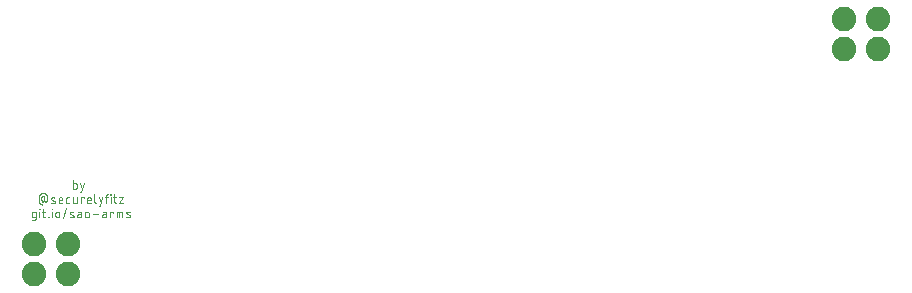
<source format=gts>
G04 EAGLE Gerber X2 export*
G75*
%MOMM*%
%FSLAX34Y34*%
%LPD*%
%AMOC8*
5,1,8,0,0,1.08239X$1,22.5*%
G01*
%ADD10C,0.076200*%
%ADD11C,2.082800*%


D10*
X56397Y104775D02*
X56397Y97409D01*
X58443Y97409D01*
X58512Y97411D01*
X58580Y97417D01*
X58649Y97426D01*
X58716Y97440D01*
X58783Y97457D01*
X58849Y97478D01*
X58913Y97502D01*
X58976Y97531D01*
X59037Y97562D01*
X59096Y97597D01*
X59154Y97635D01*
X59209Y97677D01*
X59261Y97721D01*
X59311Y97769D01*
X59359Y97819D01*
X59403Y97871D01*
X59445Y97926D01*
X59483Y97984D01*
X59518Y98043D01*
X59549Y98104D01*
X59578Y98167D01*
X59602Y98231D01*
X59623Y98297D01*
X59640Y98364D01*
X59654Y98431D01*
X59663Y98500D01*
X59669Y98568D01*
X59671Y98637D01*
X59671Y101092D01*
X59669Y101161D01*
X59663Y101229D01*
X59654Y101298D01*
X59640Y101365D01*
X59623Y101432D01*
X59602Y101498D01*
X59578Y101562D01*
X59549Y101625D01*
X59518Y101686D01*
X59483Y101745D01*
X59445Y101803D01*
X59403Y101858D01*
X59359Y101910D01*
X59311Y101960D01*
X59261Y102008D01*
X59209Y102052D01*
X59154Y102094D01*
X59096Y102132D01*
X59037Y102167D01*
X58976Y102198D01*
X58913Y102227D01*
X58849Y102251D01*
X58783Y102272D01*
X58716Y102289D01*
X58649Y102303D01*
X58580Y102312D01*
X58512Y102318D01*
X58443Y102320D01*
X56397Y102320D01*
X62452Y94954D02*
X63271Y94954D01*
X65726Y102320D01*
X62452Y102320D02*
X64089Y97409D01*
X32384Y91355D02*
X31156Y91355D01*
X31156Y91356D02*
X31087Y91354D01*
X31019Y91348D01*
X30950Y91339D01*
X30883Y91325D01*
X30816Y91308D01*
X30750Y91287D01*
X30686Y91263D01*
X30623Y91234D01*
X30562Y91203D01*
X30503Y91168D01*
X30445Y91130D01*
X30390Y91088D01*
X30338Y91044D01*
X30288Y90996D01*
X30240Y90946D01*
X30196Y90894D01*
X30155Y90839D01*
X30116Y90781D01*
X30081Y90722D01*
X30050Y90661D01*
X30021Y90598D01*
X29997Y90534D01*
X29976Y90468D01*
X29959Y90401D01*
X29945Y90334D01*
X29936Y90266D01*
X29930Y90197D01*
X29928Y90128D01*
X29929Y90128D02*
X29929Y87672D01*
X29928Y87672D02*
X29930Y87603D01*
X29936Y87535D01*
X29945Y87466D01*
X29959Y87399D01*
X29976Y87332D01*
X29997Y87266D01*
X30021Y87202D01*
X30050Y87139D01*
X30081Y87078D01*
X30116Y87019D01*
X30154Y86961D01*
X30196Y86906D01*
X30240Y86854D01*
X30288Y86804D01*
X30338Y86756D01*
X30390Y86712D01*
X30445Y86670D01*
X30503Y86632D01*
X30562Y86597D01*
X30623Y86566D01*
X30686Y86537D01*
X30750Y86513D01*
X30816Y86492D01*
X30883Y86475D01*
X30950Y86461D01*
X31019Y86452D01*
X31087Y86446D01*
X31156Y86444D01*
X31225Y86446D01*
X31293Y86452D01*
X31362Y86461D01*
X31429Y86475D01*
X31496Y86492D01*
X31562Y86513D01*
X31626Y86537D01*
X31689Y86566D01*
X31750Y86597D01*
X31809Y86632D01*
X31867Y86670D01*
X31922Y86712D01*
X31974Y86756D01*
X32024Y86804D01*
X32072Y86854D01*
X32116Y86906D01*
X32158Y86961D01*
X32196Y87019D01*
X32231Y87078D01*
X32262Y87139D01*
X32291Y87202D01*
X32315Y87266D01*
X32336Y87332D01*
X32353Y87399D01*
X32367Y87466D01*
X32376Y87535D01*
X32382Y87603D01*
X32384Y87672D01*
X32384Y87468D02*
X32384Y91355D01*
X32384Y87468D02*
X32386Y87405D01*
X32392Y87342D01*
X32401Y87280D01*
X32415Y87218D01*
X32432Y87158D01*
X32453Y87098D01*
X32478Y87040D01*
X32506Y86984D01*
X32537Y86929D01*
X32572Y86877D01*
X32610Y86827D01*
X32651Y86779D01*
X32695Y86734D01*
X32741Y86691D01*
X32791Y86652D01*
X32842Y86615D01*
X32896Y86582D01*
X32951Y86552D01*
X33008Y86526D01*
X33067Y86503D01*
X33127Y86484D01*
X33188Y86469D01*
X33250Y86457D01*
X33313Y86449D01*
X33375Y86445D01*
X33439Y86445D01*
X33501Y86449D01*
X33564Y86457D01*
X33626Y86469D01*
X33687Y86484D01*
X33747Y86503D01*
X33806Y86526D01*
X33863Y86552D01*
X33918Y86582D01*
X33972Y86615D01*
X34023Y86652D01*
X34073Y86691D01*
X34119Y86734D01*
X34163Y86779D01*
X34204Y86827D01*
X34242Y86877D01*
X34277Y86929D01*
X34308Y86984D01*
X34336Y87040D01*
X34361Y87098D01*
X34382Y87158D01*
X34399Y87218D01*
X34413Y87280D01*
X34422Y87342D01*
X34428Y87405D01*
X34430Y87468D01*
X34430Y90537D01*
X34428Y90650D01*
X34422Y90763D01*
X34412Y90875D01*
X34399Y90988D01*
X34381Y91099D01*
X34360Y91210D01*
X34335Y91321D01*
X34306Y91430D01*
X34273Y91538D01*
X34237Y91645D01*
X34197Y91751D01*
X34153Y91855D01*
X34106Y91958D01*
X34055Y92059D01*
X34001Y92158D01*
X33943Y92255D01*
X33882Y92350D01*
X33818Y92443D01*
X33751Y92534D01*
X33680Y92622D01*
X33607Y92708D01*
X33530Y92791D01*
X33451Y92872D01*
X33369Y92950D01*
X33284Y93025D01*
X33197Y93097D01*
X33108Y93166D01*
X33016Y93231D01*
X32922Y93294D01*
X32826Y93353D01*
X32727Y93409D01*
X32627Y93462D01*
X32525Y93511D01*
X32422Y93556D01*
X32317Y93598D01*
X32211Y93636D01*
X32103Y93671D01*
X31994Y93702D01*
X31885Y93729D01*
X31774Y93752D01*
X31663Y93772D01*
X31551Y93787D01*
X31438Y93799D01*
X31325Y93807D01*
X31213Y93811D01*
X31099Y93811D01*
X30987Y93807D01*
X30874Y93799D01*
X30761Y93787D01*
X30649Y93772D01*
X30538Y93752D01*
X30427Y93729D01*
X30318Y93702D01*
X30209Y93671D01*
X30101Y93636D01*
X29995Y93598D01*
X29890Y93556D01*
X29787Y93511D01*
X29685Y93462D01*
X29585Y93409D01*
X29486Y93353D01*
X29390Y93294D01*
X29296Y93231D01*
X29204Y93166D01*
X29115Y93097D01*
X29028Y93025D01*
X28943Y92950D01*
X28861Y92872D01*
X28782Y92791D01*
X28705Y92708D01*
X28632Y92622D01*
X28561Y92534D01*
X28494Y92443D01*
X28430Y92350D01*
X28369Y92255D01*
X28311Y92158D01*
X28257Y92059D01*
X28206Y91958D01*
X28159Y91855D01*
X28115Y91751D01*
X28075Y91645D01*
X28039Y91538D01*
X28006Y91430D01*
X27977Y91321D01*
X27952Y91210D01*
X27931Y91099D01*
X27913Y90988D01*
X27900Y90875D01*
X27890Y90763D01*
X27884Y90650D01*
X27882Y90537D01*
X27883Y90537D02*
X27883Y87059D01*
X27885Y86949D01*
X27891Y86839D01*
X27901Y86730D01*
X27914Y86621D01*
X27932Y86512D01*
X27954Y86404D01*
X27979Y86297D01*
X28008Y86191D01*
X28041Y86086D01*
X28078Y85982D01*
X28118Y85880D01*
X28162Y85779D01*
X28209Y85680D01*
X28260Y85583D01*
X28315Y85487D01*
X28373Y85394D01*
X28434Y85302D01*
X28498Y85213D01*
X28566Y85126D01*
X28637Y85042D01*
X28710Y84960D01*
X28787Y84881D01*
X28866Y84805D01*
X28948Y84731D01*
X29032Y84661D01*
X29119Y84594D01*
X29209Y84530D01*
X29300Y84469D01*
X29394Y84411D01*
X29490Y84357D01*
X29587Y84306D01*
X29686Y84259D01*
X29787Y84215D01*
X29890Y84175D01*
X29994Y84138D01*
X30099Y84106D01*
X30205Y84077D01*
X30312Y84052D01*
X30420Y84031D01*
X30528Y84013D01*
X30638Y84000D01*
X30747Y83990D01*
X38668Y88082D02*
X40714Y87263D01*
X38668Y88082D02*
X38609Y88107D01*
X38552Y88136D01*
X38497Y88169D01*
X38444Y88205D01*
X38393Y88243D01*
X38345Y88285D01*
X38299Y88330D01*
X38256Y88377D01*
X38216Y88427D01*
X38179Y88479D01*
X38145Y88534D01*
X38114Y88590D01*
X38087Y88648D01*
X38064Y88708D01*
X38044Y88768D01*
X38028Y88830D01*
X38015Y88893D01*
X38007Y88957D01*
X38002Y89020D01*
X38001Y89084D01*
X38004Y89148D01*
X38011Y89212D01*
X38022Y89275D01*
X38036Y89337D01*
X38054Y89399D01*
X38076Y89459D01*
X38101Y89518D01*
X38130Y89575D01*
X38163Y89630D01*
X38198Y89683D01*
X38237Y89734D01*
X38279Y89783D01*
X38323Y89829D01*
X38371Y89872D01*
X38420Y89912D01*
X38473Y89949D01*
X38527Y89983D01*
X38583Y90014D01*
X38641Y90041D01*
X38700Y90065D01*
X38761Y90084D01*
X38823Y90101D01*
X38886Y90113D01*
X38949Y90122D01*
X39013Y90127D01*
X39077Y90128D01*
X39213Y90124D01*
X39348Y90116D01*
X39484Y90104D01*
X39618Y90088D01*
X39753Y90068D01*
X39886Y90045D01*
X40019Y90017D01*
X40151Y89986D01*
X40282Y89951D01*
X40412Y89912D01*
X40541Y89869D01*
X40668Y89822D01*
X40794Y89772D01*
X40919Y89718D01*
X40714Y87263D02*
X40773Y87238D01*
X40830Y87209D01*
X40885Y87176D01*
X40938Y87140D01*
X40989Y87102D01*
X41037Y87060D01*
X41083Y87015D01*
X41126Y86968D01*
X41166Y86918D01*
X41203Y86866D01*
X41237Y86811D01*
X41268Y86755D01*
X41295Y86697D01*
X41318Y86637D01*
X41338Y86577D01*
X41354Y86515D01*
X41367Y86452D01*
X41375Y86388D01*
X41380Y86325D01*
X41381Y86261D01*
X41378Y86197D01*
X41371Y86133D01*
X41360Y86070D01*
X41346Y86008D01*
X41328Y85946D01*
X41306Y85886D01*
X41281Y85827D01*
X41252Y85770D01*
X41219Y85715D01*
X41184Y85662D01*
X41145Y85611D01*
X41103Y85562D01*
X41059Y85516D01*
X41011Y85473D01*
X40962Y85433D01*
X40909Y85396D01*
X40855Y85362D01*
X40799Y85331D01*
X40741Y85304D01*
X40682Y85280D01*
X40621Y85261D01*
X40559Y85244D01*
X40496Y85232D01*
X40433Y85223D01*
X40369Y85218D01*
X40305Y85217D01*
X40141Y85221D01*
X39977Y85229D01*
X39813Y85241D01*
X39650Y85257D01*
X39487Y85277D01*
X39324Y85300D01*
X39163Y85328D01*
X39001Y85359D01*
X38841Y85394D01*
X38682Y85433D01*
X38523Y85476D01*
X38366Y85522D01*
X38209Y85572D01*
X38054Y85626D01*
X45621Y85217D02*
X47667Y85217D01*
X45621Y85217D02*
X45552Y85219D01*
X45484Y85225D01*
X45415Y85234D01*
X45348Y85248D01*
X45281Y85265D01*
X45215Y85286D01*
X45151Y85310D01*
X45088Y85339D01*
X45027Y85370D01*
X44968Y85405D01*
X44910Y85443D01*
X44855Y85485D01*
X44803Y85529D01*
X44753Y85577D01*
X44705Y85627D01*
X44661Y85679D01*
X44619Y85734D01*
X44581Y85792D01*
X44546Y85851D01*
X44515Y85912D01*
X44486Y85975D01*
X44462Y86039D01*
X44441Y86105D01*
X44424Y86172D01*
X44410Y86239D01*
X44401Y86308D01*
X44395Y86376D01*
X44393Y86445D01*
X44394Y86445D02*
X44394Y88491D01*
X44396Y88570D01*
X44402Y88649D01*
X44411Y88728D01*
X44424Y88806D01*
X44442Y88883D01*
X44462Y88959D01*
X44487Y89034D01*
X44515Y89108D01*
X44546Y89181D01*
X44582Y89252D01*
X44620Y89321D01*
X44662Y89388D01*
X44707Y89453D01*
X44755Y89516D01*
X44806Y89577D01*
X44860Y89634D01*
X44916Y89690D01*
X44975Y89742D01*
X45037Y89792D01*
X45101Y89838D01*
X45167Y89882D01*
X45235Y89922D01*
X45305Y89958D01*
X45377Y89992D01*
X45451Y90022D01*
X45525Y90048D01*
X45601Y90071D01*
X45678Y90089D01*
X45755Y90105D01*
X45834Y90116D01*
X45912Y90124D01*
X45991Y90128D01*
X46071Y90128D01*
X46150Y90124D01*
X46228Y90116D01*
X46307Y90105D01*
X46384Y90089D01*
X46461Y90071D01*
X46537Y90048D01*
X46611Y90022D01*
X46685Y89992D01*
X46757Y89958D01*
X46827Y89922D01*
X46895Y89882D01*
X46961Y89838D01*
X47025Y89792D01*
X47087Y89742D01*
X47146Y89690D01*
X47202Y89634D01*
X47256Y89577D01*
X47307Y89516D01*
X47355Y89453D01*
X47400Y89388D01*
X47442Y89321D01*
X47480Y89252D01*
X47516Y89181D01*
X47547Y89108D01*
X47575Y89034D01*
X47600Y88959D01*
X47620Y88883D01*
X47638Y88806D01*
X47651Y88728D01*
X47660Y88649D01*
X47666Y88570D01*
X47668Y88491D01*
X47667Y88491D02*
X47667Y87672D01*
X44394Y87672D01*
X51970Y85217D02*
X53607Y85217D01*
X51970Y85217D02*
X51901Y85219D01*
X51833Y85225D01*
X51764Y85234D01*
X51697Y85248D01*
X51630Y85265D01*
X51564Y85286D01*
X51500Y85310D01*
X51437Y85339D01*
X51376Y85370D01*
X51317Y85405D01*
X51259Y85443D01*
X51204Y85485D01*
X51152Y85529D01*
X51102Y85577D01*
X51054Y85627D01*
X51010Y85679D01*
X50968Y85734D01*
X50930Y85792D01*
X50895Y85851D01*
X50864Y85912D01*
X50835Y85975D01*
X50811Y86039D01*
X50790Y86105D01*
X50773Y86172D01*
X50759Y86239D01*
X50750Y86308D01*
X50744Y86376D01*
X50742Y86445D01*
X50743Y86445D02*
X50743Y88900D01*
X50742Y88900D02*
X50744Y88969D01*
X50750Y89037D01*
X50759Y89106D01*
X50773Y89173D01*
X50790Y89240D01*
X50811Y89306D01*
X50835Y89370D01*
X50864Y89433D01*
X50895Y89494D01*
X50930Y89553D01*
X50968Y89611D01*
X51010Y89666D01*
X51054Y89718D01*
X51102Y89768D01*
X51152Y89816D01*
X51204Y89860D01*
X51259Y89902D01*
X51317Y89940D01*
X51376Y89975D01*
X51437Y90006D01*
X51500Y90035D01*
X51564Y90059D01*
X51630Y90080D01*
X51697Y90097D01*
X51764Y90111D01*
X51833Y90120D01*
X51901Y90126D01*
X51970Y90128D01*
X53607Y90128D01*
X56586Y90128D02*
X56586Y86445D01*
X56585Y86445D02*
X56587Y86376D01*
X56593Y86308D01*
X56602Y86239D01*
X56616Y86172D01*
X56633Y86105D01*
X56654Y86039D01*
X56678Y85975D01*
X56707Y85912D01*
X56738Y85851D01*
X56773Y85792D01*
X56811Y85734D01*
X56853Y85679D01*
X56897Y85627D01*
X56945Y85577D01*
X56995Y85529D01*
X57047Y85485D01*
X57102Y85443D01*
X57160Y85405D01*
X57219Y85370D01*
X57280Y85339D01*
X57343Y85310D01*
X57407Y85286D01*
X57473Y85265D01*
X57540Y85248D01*
X57607Y85234D01*
X57676Y85225D01*
X57744Y85219D01*
X57813Y85217D01*
X59859Y85217D01*
X59859Y90128D01*
X63459Y90128D02*
X63459Y85217D01*
X63459Y90128D02*
X65915Y90128D01*
X65915Y89309D01*
X69518Y85217D02*
X71564Y85217D01*
X69518Y85217D02*
X69449Y85219D01*
X69381Y85225D01*
X69312Y85234D01*
X69245Y85248D01*
X69178Y85265D01*
X69112Y85286D01*
X69048Y85310D01*
X68985Y85339D01*
X68924Y85370D01*
X68865Y85405D01*
X68807Y85443D01*
X68752Y85485D01*
X68700Y85529D01*
X68650Y85577D01*
X68602Y85627D01*
X68558Y85679D01*
X68516Y85734D01*
X68478Y85792D01*
X68443Y85851D01*
X68412Y85912D01*
X68383Y85975D01*
X68359Y86039D01*
X68338Y86105D01*
X68321Y86172D01*
X68307Y86239D01*
X68298Y86308D01*
X68292Y86376D01*
X68290Y86445D01*
X68290Y88491D01*
X68292Y88570D01*
X68298Y88649D01*
X68307Y88728D01*
X68320Y88806D01*
X68338Y88883D01*
X68358Y88959D01*
X68383Y89034D01*
X68411Y89108D01*
X68442Y89181D01*
X68478Y89252D01*
X68516Y89321D01*
X68558Y89388D01*
X68603Y89453D01*
X68651Y89516D01*
X68702Y89577D01*
X68756Y89634D01*
X68812Y89690D01*
X68871Y89742D01*
X68933Y89792D01*
X68997Y89838D01*
X69063Y89882D01*
X69131Y89922D01*
X69201Y89958D01*
X69273Y89992D01*
X69347Y90022D01*
X69421Y90048D01*
X69497Y90071D01*
X69574Y90089D01*
X69651Y90105D01*
X69730Y90116D01*
X69808Y90124D01*
X69887Y90128D01*
X69967Y90128D01*
X70046Y90124D01*
X70124Y90116D01*
X70203Y90105D01*
X70280Y90089D01*
X70357Y90071D01*
X70433Y90048D01*
X70507Y90022D01*
X70581Y89992D01*
X70653Y89958D01*
X70723Y89922D01*
X70791Y89882D01*
X70857Y89838D01*
X70921Y89792D01*
X70983Y89742D01*
X71042Y89690D01*
X71098Y89634D01*
X71152Y89577D01*
X71203Y89516D01*
X71251Y89453D01*
X71296Y89388D01*
X71338Y89321D01*
X71376Y89252D01*
X71412Y89181D01*
X71443Y89108D01*
X71471Y89034D01*
X71496Y88959D01*
X71516Y88883D01*
X71534Y88806D01*
X71547Y88728D01*
X71556Y88649D01*
X71562Y88570D01*
X71564Y88491D01*
X71564Y87672D01*
X68290Y87672D01*
X74713Y86445D02*
X74713Y92583D01*
X74712Y86445D02*
X74714Y86376D01*
X74720Y86308D01*
X74729Y86239D01*
X74743Y86172D01*
X74760Y86105D01*
X74781Y86039D01*
X74805Y85975D01*
X74834Y85912D01*
X74865Y85851D01*
X74900Y85792D01*
X74938Y85734D01*
X74980Y85679D01*
X75024Y85627D01*
X75072Y85577D01*
X75122Y85529D01*
X75174Y85485D01*
X75229Y85443D01*
X75287Y85405D01*
X75346Y85370D01*
X75407Y85339D01*
X75470Y85310D01*
X75534Y85286D01*
X75600Y85265D01*
X75667Y85248D01*
X75734Y85234D01*
X75803Y85225D01*
X75871Y85219D01*
X75940Y85217D01*
X78287Y82762D02*
X79106Y82762D01*
X81561Y90128D01*
X78287Y90128D02*
X79924Y85217D01*
X84777Y85217D02*
X84777Y91355D01*
X84776Y91355D02*
X84778Y91424D01*
X84784Y91492D01*
X84793Y91561D01*
X84807Y91628D01*
X84824Y91695D01*
X84845Y91761D01*
X84869Y91825D01*
X84898Y91888D01*
X84929Y91949D01*
X84964Y92008D01*
X85002Y92066D01*
X85044Y92121D01*
X85088Y92173D01*
X85136Y92223D01*
X85186Y92271D01*
X85238Y92315D01*
X85293Y92356D01*
X85351Y92395D01*
X85410Y92430D01*
X85471Y92461D01*
X85534Y92490D01*
X85598Y92514D01*
X85664Y92535D01*
X85731Y92552D01*
X85798Y92566D01*
X85866Y92575D01*
X85935Y92581D01*
X86004Y92583D01*
X86414Y92583D01*
X86414Y90128D02*
X83958Y90128D01*
X88458Y90128D02*
X88458Y85217D01*
X88254Y92174D02*
X88254Y92583D01*
X88663Y92583D01*
X88663Y92174D01*
X88254Y92174D01*
X90824Y90128D02*
X93279Y90128D01*
X91643Y92583D02*
X91643Y86445D01*
X91642Y86445D02*
X91644Y86376D01*
X91650Y86308D01*
X91659Y86239D01*
X91673Y86172D01*
X91690Y86105D01*
X91711Y86039D01*
X91735Y85975D01*
X91764Y85912D01*
X91795Y85851D01*
X91830Y85792D01*
X91868Y85734D01*
X91910Y85679D01*
X91954Y85627D01*
X92002Y85577D01*
X92052Y85529D01*
X92104Y85485D01*
X92159Y85443D01*
X92217Y85405D01*
X92276Y85370D01*
X92337Y85339D01*
X92400Y85310D01*
X92464Y85286D01*
X92530Y85265D01*
X92597Y85248D01*
X92664Y85234D01*
X92733Y85225D01*
X92801Y85219D01*
X92870Y85217D01*
X93279Y85217D01*
X95844Y90128D02*
X99117Y90128D01*
X95844Y85217D01*
X99117Y85217D01*
X24903Y73025D02*
X22857Y73025D01*
X22788Y73027D01*
X22720Y73033D01*
X22651Y73042D01*
X22584Y73056D01*
X22517Y73073D01*
X22451Y73094D01*
X22387Y73118D01*
X22324Y73147D01*
X22263Y73178D01*
X22204Y73213D01*
X22146Y73251D01*
X22091Y73293D01*
X22039Y73337D01*
X21989Y73385D01*
X21941Y73435D01*
X21897Y73487D01*
X21855Y73542D01*
X21817Y73600D01*
X21782Y73659D01*
X21751Y73720D01*
X21722Y73783D01*
X21698Y73847D01*
X21677Y73913D01*
X21660Y73980D01*
X21646Y74047D01*
X21637Y74116D01*
X21631Y74184D01*
X21629Y74253D01*
X21629Y76708D01*
X21631Y76777D01*
X21637Y76845D01*
X21646Y76914D01*
X21660Y76981D01*
X21677Y77048D01*
X21698Y77114D01*
X21722Y77178D01*
X21751Y77241D01*
X21782Y77302D01*
X21817Y77361D01*
X21855Y77419D01*
X21897Y77474D01*
X21941Y77526D01*
X21989Y77576D01*
X22039Y77624D01*
X22091Y77668D01*
X22146Y77710D01*
X22204Y77748D01*
X22263Y77783D01*
X22324Y77814D01*
X22387Y77843D01*
X22451Y77867D01*
X22517Y77888D01*
X22584Y77905D01*
X22651Y77919D01*
X22720Y77928D01*
X22788Y77934D01*
X22857Y77936D01*
X24903Y77936D01*
X24903Y71797D01*
X24901Y71728D01*
X24895Y71660D01*
X24886Y71591D01*
X24872Y71524D01*
X24855Y71457D01*
X24834Y71391D01*
X24810Y71327D01*
X24781Y71264D01*
X24750Y71203D01*
X24715Y71144D01*
X24677Y71086D01*
X24635Y71031D01*
X24591Y70979D01*
X24543Y70929D01*
X24493Y70881D01*
X24441Y70837D01*
X24386Y70796D01*
X24328Y70757D01*
X24269Y70722D01*
X24208Y70691D01*
X24145Y70662D01*
X24081Y70638D01*
X24015Y70617D01*
X23948Y70600D01*
X23881Y70586D01*
X23813Y70577D01*
X23744Y70571D01*
X23675Y70569D01*
X23675Y70570D02*
X22038Y70570D01*
X28183Y73025D02*
X28183Y77936D01*
X27979Y79982D02*
X27979Y80391D01*
X28388Y80391D01*
X28388Y79982D01*
X27979Y79982D01*
X30549Y77936D02*
X33005Y77936D01*
X31368Y80391D02*
X31368Y74253D01*
X31367Y74253D02*
X31369Y74184D01*
X31375Y74116D01*
X31384Y74047D01*
X31398Y73980D01*
X31415Y73913D01*
X31436Y73847D01*
X31460Y73783D01*
X31489Y73720D01*
X31520Y73659D01*
X31555Y73600D01*
X31593Y73542D01*
X31635Y73487D01*
X31679Y73435D01*
X31727Y73385D01*
X31777Y73337D01*
X31829Y73293D01*
X31884Y73251D01*
X31942Y73213D01*
X32001Y73178D01*
X32062Y73147D01*
X32125Y73118D01*
X32189Y73094D01*
X32255Y73073D01*
X32322Y73056D01*
X32389Y73042D01*
X32458Y73033D01*
X32526Y73027D01*
X32595Y73025D01*
X33005Y73025D01*
X35538Y73025D02*
X35538Y73434D01*
X35947Y73434D01*
X35947Y73025D01*
X35538Y73025D01*
X38668Y73025D02*
X38668Y77936D01*
X38464Y79982D02*
X38464Y80391D01*
X38873Y80391D01*
X38873Y79982D01*
X38464Y79982D01*
X41665Y76299D02*
X41665Y74662D01*
X41664Y76299D02*
X41666Y76378D01*
X41672Y76457D01*
X41681Y76536D01*
X41694Y76614D01*
X41712Y76691D01*
X41732Y76767D01*
X41757Y76842D01*
X41785Y76916D01*
X41816Y76989D01*
X41852Y77060D01*
X41890Y77129D01*
X41932Y77196D01*
X41977Y77261D01*
X42025Y77324D01*
X42076Y77385D01*
X42130Y77442D01*
X42186Y77498D01*
X42245Y77550D01*
X42307Y77600D01*
X42371Y77646D01*
X42437Y77690D01*
X42505Y77730D01*
X42575Y77766D01*
X42647Y77800D01*
X42721Y77830D01*
X42795Y77856D01*
X42871Y77879D01*
X42948Y77897D01*
X43025Y77913D01*
X43104Y77924D01*
X43182Y77932D01*
X43261Y77936D01*
X43341Y77936D01*
X43420Y77932D01*
X43498Y77924D01*
X43577Y77913D01*
X43654Y77897D01*
X43731Y77879D01*
X43807Y77856D01*
X43881Y77830D01*
X43955Y77800D01*
X44027Y77766D01*
X44097Y77730D01*
X44165Y77690D01*
X44231Y77646D01*
X44295Y77600D01*
X44357Y77550D01*
X44416Y77498D01*
X44472Y77442D01*
X44526Y77385D01*
X44577Y77324D01*
X44625Y77261D01*
X44670Y77196D01*
X44712Y77129D01*
X44750Y77060D01*
X44786Y76989D01*
X44817Y76916D01*
X44845Y76842D01*
X44870Y76767D01*
X44890Y76691D01*
X44908Y76614D01*
X44921Y76536D01*
X44930Y76457D01*
X44936Y76378D01*
X44938Y76299D01*
X44938Y74662D01*
X44936Y74583D01*
X44930Y74504D01*
X44921Y74425D01*
X44908Y74347D01*
X44890Y74270D01*
X44870Y74194D01*
X44845Y74119D01*
X44817Y74045D01*
X44786Y73972D01*
X44750Y73901D01*
X44712Y73832D01*
X44670Y73765D01*
X44625Y73700D01*
X44577Y73637D01*
X44526Y73576D01*
X44472Y73519D01*
X44416Y73463D01*
X44357Y73411D01*
X44295Y73361D01*
X44231Y73315D01*
X44165Y73271D01*
X44097Y73231D01*
X44027Y73195D01*
X43955Y73161D01*
X43881Y73131D01*
X43807Y73105D01*
X43731Y73082D01*
X43654Y73064D01*
X43577Y73048D01*
X43498Y73037D01*
X43420Y73029D01*
X43341Y73025D01*
X43261Y73025D01*
X43182Y73029D01*
X43104Y73037D01*
X43025Y73048D01*
X42948Y73064D01*
X42871Y73082D01*
X42795Y73105D01*
X42721Y73131D01*
X42647Y73161D01*
X42575Y73195D01*
X42505Y73231D01*
X42437Y73271D01*
X42371Y73315D01*
X42307Y73361D01*
X42245Y73411D01*
X42186Y73463D01*
X42130Y73519D01*
X42076Y73576D01*
X42025Y73637D01*
X41977Y73700D01*
X41932Y73765D01*
X41890Y73832D01*
X41852Y73901D01*
X41816Y73972D01*
X41785Y74045D01*
X41757Y74119D01*
X41732Y74194D01*
X41712Y74270D01*
X41694Y74347D01*
X41681Y74425D01*
X41672Y74504D01*
X41666Y74583D01*
X41664Y74662D01*
X47760Y72207D02*
X51034Y81209D01*
X54470Y75890D02*
X56516Y75071D01*
X54470Y75890D02*
X54411Y75915D01*
X54354Y75944D01*
X54299Y75977D01*
X54246Y76013D01*
X54195Y76051D01*
X54147Y76093D01*
X54101Y76138D01*
X54058Y76185D01*
X54018Y76235D01*
X53981Y76287D01*
X53947Y76342D01*
X53916Y76398D01*
X53889Y76456D01*
X53866Y76516D01*
X53846Y76576D01*
X53830Y76638D01*
X53817Y76701D01*
X53809Y76765D01*
X53804Y76828D01*
X53803Y76892D01*
X53806Y76956D01*
X53813Y77020D01*
X53824Y77083D01*
X53838Y77145D01*
X53856Y77207D01*
X53878Y77267D01*
X53903Y77326D01*
X53932Y77383D01*
X53965Y77438D01*
X54000Y77491D01*
X54039Y77542D01*
X54081Y77591D01*
X54125Y77637D01*
X54173Y77680D01*
X54222Y77720D01*
X54275Y77757D01*
X54329Y77791D01*
X54385Y77822D01*
X54443Y77849D01*
X54502Y77873D01*
X54563Y77892D01*
X54625Y77909D01*
X54688Y77921D01*
X54751Y77930D01*
X54815Y77935D01*
X54879Y77936D01*
X55015Y77932D01*
X55150Y77924D01*
X55286Y77912D01*
X55420Y77896D01*
X55555Y77876D01*
X55688Y77853D01*
X55821Y77825D01*
X55953Y77794D01*
X56084Y77759D01*
X56214Y77720D01*
X56343Y77677D01*
X56470Y77630D01*
X56596Y77580D01*
X56721Y77526D01*
X56516Y75071D02*
X56575Y75046D01*
X56632Y75017D01*
X56687Y74984D01*
X56740Y74948D01*
X56791Y74910D01*
X56839Y74868D01*
X56885Y74823D01*
X56928Y74776D01*
X56968Y74726D01*
X57005Y74674D01*
X57039Y74619D01*
X57070Y74563D01*
X57097Y74505D01*
X57120Y74445D01*
X57140Y74385D01*
X57156Y74323D01*
X57169Y74260D01*
X57177Y74196D01*
X57182Y74133D01*
X57183Y74069D01*
X57180Y74005D01*
X57173Y73941D01*
X57162Y73878D01*
X57148Y73816D01*
X57130Y73754D01*
X57108Y73694D01*
X57083Y73635D01*
X57054Y73578D01*
X57021Y73523D01*
X56986Y73470D01*
X56947Y73419D01*
X56905Y73370D01*
X56861Y73324D01*
X56813Y73281D01*
X56764Y73241D01*
X56711Y73204D01*
X56657Y73170D01*
X56601Y73139D01*
X56543Y73112D01*
X56484Y73088D01*
X56423Y73069D01*
X56361Y73052D01*
X56298Y73040D01*
X56235Y73031D01*
X56171Y73026D01*
X56107Y73025D01*
X55943Y73029D01*
X55779Y73037D01*
X55615Y73049D01*
X55452Y73065D01*
X55289Y73085D01*
X55126Y73108D01*
X54965Y73136D01*
X54803Y73167D01*
X54643Y73202D01*
X54484Y73241D01*
X54325Y73284D01*
X54168Y73330D01*
X54011Y73380D01*
X53856Y73434D01*
X61588Y75890D02*
X63429Y75890D01*
X61588Y75889D02*
X61513Y75887D01*
X61438Y75881D01*
X61364Y75871D01*
X61290Y75858D01*
X61217Y75840D01*
X61145Y75819D01*
X61075Y75794D01*
X61006Y75765D01*
X60938Y75733D01*
X60872Y75697D01*
X60808Y75658D01*
X60746Y75616D01*
X60687Y75570D01*
X60630Y75521D01*
X60575Y75470D01*
X60524Y75415D01*
X60475Y75358D01*
X60429Y75299D01*
X60387Y75237D01*
X60348Y75173D01*
X60312Y75107D01*
X60280Y75039D01*
X60251Y74970D01*
X60226Y74900D01*
X60205Y74828D01*
X60187Y74755D01*
X60174Y74681D01*
X60164Y74607D01*
X60158Y74532D01*
X60156Y74457D01*
X60158Y74382D01*
X60164Y74307D01*
X60174Y74233D01*
X60187Y74159D01*
X60205Y74086D01*
X60226Y74014D01*
X60251Y73944D01*
X60280Y73875D01*
X60312Y73807D01*
X60348Y73741D01*
X60387Y73677D01*
X60429Y73615D01*
X60475Y73556D01*
X60524Y73499D01*
X60575Y73444D01*
X60630Y73393D01*
X60687Y73344D01*
X60746Y73298D01*
X60808Y73256D01*
X60872Y73217D01*
X60938Y73181D01*
X61006Y73149D01*
X61075Y73120D01*
X61145Y73095D01*
X61217Y73074D01*
X61290Y73056D01*
X61364Y73043D01*
X61438Y73033D01*
X61513Y73027D01*
X61588Y73025D01*
X63429Y73025D01*
X63429Y76708D01*
X63427Y76777D01*
X63421Y76845D01*
X63412Y76914D01*
X63398Y76981D01*
X63381Y77048D01*
X63360Y77114D01*
X63336Y77178D01*
X63307Y77241D01*
X63276Y77302D01*
X63241Y77361D01*
X63203Y77419D01*
X63161Y77474D01*
X63117Y77526D01*
X63069Y77576D01*
X63019Y77624D01*
X62967Y77668D01*
X62912Y77710D01*
X62854Y77748D01*
X62795Y77783D01*
X62734Y77814D01*
X62671Y77843D01*
X62607Y77867D01*
X62541Y77888D01*
X62474Y77905D01*
X62407Y77919D01*
X62338Y77928D01*
X62270Y77934D01*
X62201Y77936D01*
X60565Y77936D01*
X66780Y76299D02*
X66780Y74662D01*
X66780Y76299D02*
X66782Y76378D01*
X66788Y76457D01*
X66797Y76536D01*
X66810Y76614D01*
X66828Y76691D01*
X66848Y76767D01*
X66873Y76842D01*
X66901Y76916D01*
X66932Y76989D01*
X66968Y77060D01*
X67006Y77129D01*
X67048Y77196D01*
X67093Y77261D01*
X67141Y77324D01*
X67192Y77385D01*
X67246Y77442D01*
X67302Y77498D01*
X67361Y77550D01*
X67423Y77600D01*
X67487Y77646D01*
X67553Y77690D01*
X67621Y77730D01*
X67691Y77766D01*
X67763Y77800D01*
X67837Y77830D01*
X67911Y77856D01*
X67987Y77879D01*
X68064Y77897D01*
X68141Y77913D01*
X68220Y77924D01*
X68298Y77932D01*
X68377Y77936D01*
X68457Y77936D01*
X68536Y77932D01*
X68614Y77924D01*
X68693Y77913D01*
X68770Y77897D01*
X68847Y77879D01*
X68923Y77856D01*
X68997Y77830D01*
X69071Y77800D01*
X69143Y77766D01*
X69213Y77730D01*
X69281Y77690D01*
X69347Y77646D01*
X69411Y77600D01*
X69473Y77550D01*
X69532Y77498D01*
X69588Y77442D01*
X69642Y77385D01*
X69693Y77324D01*
X69741Y77261D01*
X69786Y77196D01*
X69828Y77129D01*
X69866Y77060D01*
X69902Y76989D01*
X69933Y76916D01*
X69961Y76842D01*
X69986Y76767D01*
X70006Y76691D01*
X70024Y76614D01*
X70037Y76536D01*
X70046Y76457D01*
X70052Y76378D01*
X70054Y76299D01*
X70054Y74662D01*
X70052Y74583D01*
X70046Y74504D01*
X70037Y74425D01*
X70024Y74347D01*
X70006Y74270D01*
X69986Y74194D01*
X69961Y74119D01*
X69933Y74045D01*
X69902Y73972D01*
X69866Y73901D01*
X69828Y73832D01*
X69786Y73765D01*
X69741Y73700D01*
X69693Y73637D01*
X69642Y73576D01*
X69588Y73519D01*
X69532Y73463D01*
X69473Y73411D01*
X69411Y73361D01*
X69347Y73315D01*
X69281Y73271D01*
X69213Y73231D01*
X69143Y73195D01*
X69071Y73161D01*
X68997Y73131D01*
X68923Y73105D01*
X68847Y73082D01*
X68770Y73064D01*
X68693Y73048D01*
X68614Y73037D01*
X68536Y73029D01*
X68457Y73025D01*
X68377Y73025D01*
X68298Y73029D01*
X68220Y73037D01*
X68141Y73048D01*
X68064Y73064D01*
X67987Y73082D01*
X67911Y73105D01*
X67837Y73131D01*
X67763Y73161D01*
X67691Y73195D01*
X67621Y73231D01*
X67553Y73271D01*
X67487Y73315D01*
X67423Y73361D01*
X67361Y73411D01*
X67302Y73463D01*
X67246Y73519D01*
X67192Y73576D01*
X67141Y73637D01*
X67093Y73700D01*
X67048Y73765D01*
X67006Y73832D01*
X66968Y73901D01*
X66932Y73972D01*
X66901Y74045D01*
X66873Y74119D01*
X66848Y74194D01*
X66828Y74270D01*
X66810Y74347D01*
X66797Y74425D01*
X66788Y74504D01*
X66782Y74583D01*
X66780Y74662D01*
X73277Y75890D02*
X78187Y75890D01*
X82802Y75890D02*
X84643Y75890D01*
X82802Y75889D02*
X82727Y75887D01*
X82652Y75881D01*
X82578Y75871D01*
X82504Y75858D01*
X82431Y75840D01*
X82359Y75819D01*
X82289Y75794D01*
X82220Y75765D01*
X82152Y75733D01*
X82086Y75697D01*
X82022Y75658D01*
X81960Y75616D01*
X81901Y75570D01*
X81844Y75521D01*
X81789Y75470D01*
X81738Y75415D01*
X81689Y75358D01*
X81643Y75299D01*
X81601Y75237D01*
X81562Y75173D01*
X81526Y75107D01*
X81494Y75039D01*
X81465Y74970D01*
X81440Y74900D01*
X81419Y74828D01*
X81401Y74755D01*
X81388Y74681D01*
X81378Y74607D01*
X81372Y74532D01*
X81370Y74457D01*
X81372Y74382D01*
X81378Y74307D01*
X81388Y74233D01*
X81401Y74159D01*
X81419Y74086D01*
X81440Y74014D01*
X81465Y73944D01*
X81494Y73875D01*
X81526Y73807D01*
X81562Y73741D01*
X81601Y73677D01*
X81643Y73615D01*
X81689Y73556D01*
X81738Y73499D01*
X81789Y73444D01*
X81844Y73393D01*
X81901Y73344D01*
X81960Y73298D01*
X82022Y73256D01*
X82086Y73217D01*
X82152Y73181D01*
X82220Y73149D01*
X82289Y73120D01*
X82359Y73095D01*
X82431Y73074D01*
X82504Y73056D01*
X82578Y73043D01*
X82652Y73033D01*
X82727Y73027D01*
X82802Y73025D01*
X84643Y73025D01*
X84643Y76708D01*
X84641Y76777D01*
X84635Y76845D01*
X84626Y76914D01*
X84612Y76981D01*
X84595Y77048D01*
X84574Y77114D01*
X84550Y77178D01*
X84521Y77241D01*
X84490Y77302D01*
X84455Y77361D01*
X84417Y77419D01*
X84375Y77474D01*
X84331Y77526D01*
X84283Y77576D01*
X84233Y77624D01*
X84181Y77668D01*
X84126Y77710D01*
X84068Y77748D01*
X84009Y77783D01*
X83948Y77814D01*
X83885Y77843D01*
X83821Y77867D01*
X83755Y77888D01*
X83688Y77905D01*
X83621Y77919D01*
X83552Y77928D01*
X83484Y77934D01*
X83415Y77936D01*
X81779Y77936D01*
X88284Y77936D02*
X88284Y73025D01*
X88284Y77936D02*
X90739Y77936D01*
X90739Y77117D01*
X93515Y77936D02*
X93515Y73025D01*
X93515Y77936D02*
X97198Y77936D01*
X97267Y77934D01*
X97335Y77928D01*
X97404Y77919D01*
X97471Y77905D01*
X97538Y77888D01*
X97604Y77867D01*
X97668Y77843D01*
X97731Y77814D01*
X97792Y77783D01*
X97851Y77748D01*
X97909Y77710D01*
X97964Y77668D01*
X98016Y77624D01*
X98066Y77576D01*
X98114Y77526D01*
X98158Y77474D01*
X98200Y77419D01*
X98238Y77361D01*
X98273Y77302D01*
X98304Y77241D01*
X98333Y77178D01*
X98357Y77114D01*
X98378Y77048D01*
X98395Y76981D01*
X98409Y76914D01*
X98418Y76845D01*
X98424Y76777D01*
X98426Y76708D01*
X98426Y73025D01*
X95971Y73025D02*
X95971Y77936D01*
X102507Y75890D02*
X104553Y75071D01*
X102507Y75890D02*
X102448Y75915D01*
X102391Y75944D01*
X102336Y75977D01*
X102283Y76013D01*
X102232Y76051D01*
X102184Y76093D01*
X102138Y76138D01*
X102095Y76185D01*
X102055Y76235D01*
X102018Y76287D01*
X101984Y76342D01*
X101953Y76398D01*
X101926Y76456D01*
X101903Y76516D01*
X101883Y76576D01*
X101867Y76638D01*
X101854Y76701D01*
X101846Y76765D01*
X101841Y76828D01*
X101840Y76892D01*
X101843Y76956D01*
X101850Y77020D01*
X101861Y77083D01*
X101875Y77145D01*
X101893Y77207D01*
X101915Y77267D01*
X101940Y77326D01*
X101969Y77383D01*
X102002Y77438D01*
X102037Y77491D01*
X102076Y77542D01*
X102118Y77591D01*
X102162Y77637D01*
X102210Y77680D01*
X102259Y77720D01*
X102312Y77757D01*
X102366Y77791D01*
X102422Y77822D01*
X102480Y77849D01*
X102539Y77873D01*
X102600Y77892D01*
X102662Y77909D01*
X102725Y77921D01*
X102788Y77930D01*
X102852Y77935D01*
X102916Y77936D01*
X102915Y77936D02*
X103051Y77932D01*
X103186Y77924D01*
X103322Y77912D01*
X103456Y77896D01*
X103591Y77876D01*
X103724Y77853D01*
X103857Y77825D01*
X103989Y77794D01*
X104120Y77759D01*
X104250Y77720D01*
X104379Y77677D01*
X104506Y77630D01*
X104632Y77580D01*
X104757Y77526D01*
X104553Y75071D02*
X104612Y75046D01*
X104669Y75017D01*
X104724Y74984D01*
X104777Y74948D01*
X104828Y74910D01*
X104876Y74868D01*
X104922Y74823D01*
X104965Y74776D01*
X105005Y74726D01*
X105042Y74674D01*
X105076Y74619D01*
X105107Y74563D01*
X105134Y74505D01*
X105157Y74445D01*
X105177Y74385D01*
X105193Y74323D01*
X105206Y74260D01*
X105214Y74196D01*
X105219Y74133D01*
X105220Y74069D01*
X105217Y74005D01*
X105210Y73941D01*
X105199Y73878D01*
X105185Y73816D01*
X105167Y73754D01*
X105145Y73694D01*
X105120Y73635D01*
X105091Y73578D01*
X105058Y73523D01*
X105023Y73470D01*
X104984Y73419D01*
X104942Y73370D01*
X104898Y73324D01*
X104850Y73281D01*
X104801Y73241D01*
X104748Y73204D01*
X104694Y73170D01*
X104638Y73139D01*
X104580Y73112D01*
X104521Y73088D01*
X104460Y73069D01*
X104398Y73052D01*
X104335Y73040D01*
X104272Y73031D01*
X104208Y73026D01*
X104144Y73025D01*
X103980Y73029D01*
X103816Y73037D01*
X103652Y73049D01*
X103489Y73065D01*
X103326Y73085D01*
X103163Y73108D01*
X103002Y73136D01*
X102840Y73167D01*
X102680Y73202D01*
X102521Y73241D01*
X102362Y73284D01*
X102205Y73330D01*
X102048Y73380D01*
X101893Y73434D01*
D11*
X709422Y241300D03*
X738378Y241300D03*
X709422Y215900D03*
X738378Y215900D03*
X23622Y50800D03*
X52578Y50800D03*
X23622Y25400D03*
X52578Y25400D03*
M02*

</source>
